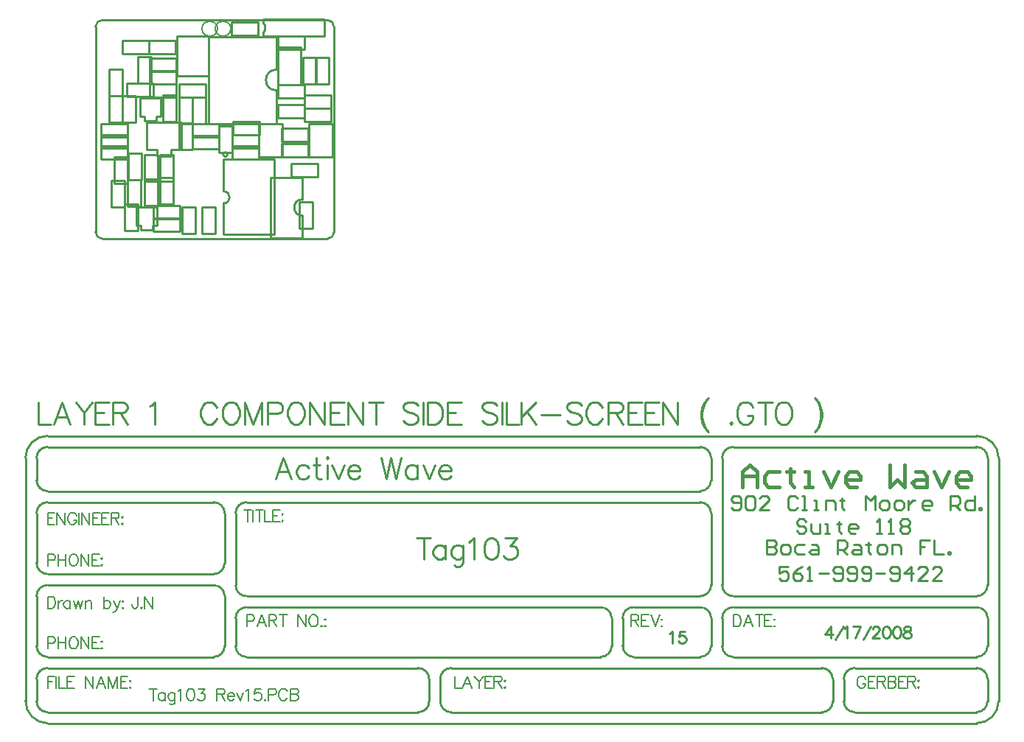
<source format=gto>
%FSLAX23Y23*%
%MOIN*%
G70*
G01*
G75*
G04 Layer_Color=65535*
%ADD10R,0.024X0.024*%
%ADD11R,0.014X0.035*%
%ADD12R,0.014X0.035*%
%ADD13R,0.030X0.030*%
%ADD14R,0.030X0.030*%
%ADD15R,0.025X0.030*%
%ADD16R,0.074X0.045*%
%ADD17R,0.020X0.050*%
%ADD18O,0.016X0.060*%
%ADD19O,0.016X0.060*%
%ADD20R,0.024X0.100*%
%ADD21R,0.024X0.090*%
%ADD22R,0.070X0.024*%
%ADD23R,0.090X0.024*%
%ADD24R,0.075X0.043*%
%ADD25R,0.036X0.050*%
%ADD26R,0.036X0.036*%
%ADD27O,0.024X0.080*%
%ADD28C,0.010*%
%ADD29C,0.008*%
%ADD30C,0.020*%
%ADD31C,0.025*%
%ADD32C,0.012*%
%ADD33C,0.015*%
%ADD34C,0.016*%
%ADD35C,0.014*%
%ADD36C,0.026*%
%ADD37C,0.006*%
%ADD38C,0.005*%
%ADD39C,0.009*%
%ADD40C,0.039*%
%ADD41C,0.070*%
%ADD42R,0.050X0.050*%
%ADD43R,0.039X0.043*%
%ADD44C,0.024*%
%ADD45R,0.070X0.070*%
%ADD46R,0.140X0.140*%
%ADD47C,0.030*%
D28*
X750Y679D02*
G03*
X750Y584I0J-47D01*
G01*
X868Y92D02*
G03*
X868Y17I0J-37D01*
G01*
X530Y295D02*
G03*
X530Y295I-10J0D01*
G01*
X512Y74D02*
G03*
X512Y129I0J27D01*
G01*
X139Y-45D02*
X190D01*
X119Y-25D02*
Y58D01*
X210Y-25D02*
Y58D01*
X139Y-45D02*
Y-25D01*
X119D02*
X139D01*
X190Y-45D02*
Y-25D01*
X210D01*
X208Y58D02*
X210D01*
X119D02*
X208D01*
X897Y285D02*
Y360D01*
Y285D02*
X950D01*
X1003D02*
Y360D01*
X950Y285D02*
X1003D01*
Y360D02*
Y435D01*
X950D02*
X1003D01*
X897Y360D02*
Y435D01*
X950D01*
X430Y555D02*
Y585D01*
X310Y555D02*
X430D01*
X310D02*
Y615D01*
X430D01*
Y585D02*
Y615D01*
X674Y384D02*
Y414D01*
X554Y384D02*
X674D01*
X554D02*
Y444D01*
X674D01*
Y414D02*
Y444D01*
X370Y555D02*
X400D01*
X370Y435D02*
Y555D01*
Y435D02*
X430D01*
Y555D01*
X400D02*
X430D01*
X759Y459D02*
Y489D01*
Y459D02*
X879D01*
Y519D01*
X759D02*
X879D01*
X759Y489D02*
Y519D01*
X774Y384D02*
Y414D01*
X894D01*
Y354D02*
Y414D01*
X774Y354D02*
X894D01*
X774D02*
Y384D01*
Y314D02*
Y344D01*
X894D01*
Y284D02*
Y344D01*
X774Y284D02*
X894D01*
X774D02*
Y314D01*
X900Y735D02*
X930D01*
Y615D02*
Y735D01*
X870Y615D02*
X930D01*
X870D02*
Y735D01*
X900D01*
X55Y780D02*
Y810D01*
X175D01*
Y750D02*
Y810D01*
X55Y750D02*
X175D01*
X55D02*
Y780D01*
X750Y781D02*
Y828D01*
X722D02*
X750D01*
X879Y769D02*
Y799D01*
X759Y769D02*
X879D01*
X759D02*
Y829D01*
X879D01*
Y799D02*
Y829D01*
X759Y549D02*
Y579D01*
Y549D02*
X879D01*
Y609D01*
X759D02*
X879D01*
X759Y579D02*
Y609D01*
X550Y355D02*
Y385D01*
X670D01*
Y325D02*
Y385D01*
X550Y325D02*
X670D01*
X550D02*
Y355D01*
Y275D02*
Y305D01*
Y275D02*
X670D01*
Y335D01*
X550D02*
X670D01*
X550Y305D02*
Y335D01*
X520Y425D02*
X550D01*
Y305D02*
Y425D01*
X490Y305D02*
X550D01*
X490D02*
Y425D01*
X520D01*
X370Y320D02*
Y350D01*
Y320D02*
X490D01*
Y380D01*
X370D02*
X490D01*
X370Y350D02*
Y380D01*
Y405D02*
Y435D01*
X490D01*
Y375D02*
Y435D01*
X370Y375D02*
X490D01*
X370D02*
Y405D01*
X-7Y681D02*
X23D01*
X-7Y561D02*
Y681D01*
Y561D02*
X53D01*
Y681D01*
X23D02*
X53D01*
X819Y194D02*
Y224D01*
Y194D02*
X939D01*
Y254D01*
X819D02*
X939D01*
X819Y224D02*
Y254D01*
X109Y60D02*
X139D01*
Y180D01*
X79D02*
X139D01*
X79Y60D02*
Y180D01*
Y60D02*
X109D01*
X225Y295D02*
X255D01*
X225Y175D02*
Y295D01*
Y175D02*
X285D01*
Y295D01*
X255D02*
X285D01*
X340Y555D02*
X370D01*
Y435D02*
Y555D01*
X310Y435D02*
X370D01*
X310D02*
Y555D01*
X340D01*
X855Y-38D02*
X885D01*
X855D02*
Y82D01*
X915D01*
Y-38D02*
Y82D01*
X885Y-38D02*
X915D01*
X5Y176D02*
X35D01*
X5Y56D02*
Y176D01*
Y56D02*
X65D01*
Y176D01*
X35D02*
X65D01*
X236Y444D02*
X266D01*
X236D02*
Y564D01*
X296D01*
Y444D02*
Y564D01*
X266Y444D02*
X296D01*
X-42Y304D02*
Y334D01*
X78D01*
Y274D02*
Y334D01*
X-42Y274D02*
X78D01*
X-42D02*
Y304D01*
X310Y317D02*
X340D01*
X310D02*
Y437D01*
X370D01*
Y317D02*
Y437D01*
X340Y317D02*
X370D01*
X123Y616D02*
X153D01*
X123D02*
Y736D01*
X183D01*
Y616D02*
Y736D01*
X153Y616D02*
X183D01*
X23Y561D02*
X53D01*
Y441D02*
Y561D01*
X-7Y441D02*
X53D01*
X-7D02*
Y561D01*
X23D01*
X18Y284D02*
X48D01*
X18Y164D02*
Y284D01*
Y164D02*
X78D01*
Y284D01*
X48D02*
X78D01*
X296Y614D02*
Y644D01*
X176Y614D02*
X296D01*
X176D02*
Y674D01*
X296D01*
Y644D02*
Y674D01*
X193Y33D02*
Y63D01*
X313D01*
Y3D02*
Y63D01*
X193Y3D02*
X313D01*
X193D02*
Y33D01*
X176Y584D02*
Y614D01*
X296D01*
Y554D02*
Y614D01*
X176Y554D02*
X296D01*
X176D02*
Y584D01*
X929Y735D02*
X959D01*
X929Y615D02*
Y735D01*
Y615D02*
X989D01*
Y735D01*
X959D02*
X989D01*
X65Y-50D02*
X95D01*
X65D02*
Y70D01*
X125D01*
Y-50D02*
Y70D01*
X95Y-50D02*
X125D01*
X53Y441D02*
X83D01*
X53D02*
Y561D01*
X113D01*
Y441D02*
Y561D01*
X83Y441D02*
X113D01*
X296Y672D02*
Y702D01*
X176Y672D02*
X296D01*
X176D02*
Y732D01*
X296D01*
Y702D02*
Y732D01*
X414Y-64D02*
X444D01*
X414D02*
Y56D01*
X474D01*
Y-64D02*
Y56D01*
X444Y-64D02*
X474D01*
X314Y-54D02*
Y-24D01*
X194Y-54D02*
X314D01*
X194D02*
Y6D01*
X314D01*
Y-24D02*
Y6D01*
X-42Y403D02*
Y433D01*
X78D01*
Y373D02*
Y433D01*
X-42Y373D02*
X78D01*
X-42D02*
Y403D01*
X324Y-64D02*
X354D01*
X324D02*
Y56D01*
X384D01*
Y-64D02*
Y56D01*
X354Y-64D02*
X384D01*
X194Y587D02*
Y617D01*
X74D02*
X194D01*
X74Y557D02*
Y617D01*
Y557D02*
X194D01*
Y587D01*
X185Y184D02*
X215D01*
Y64D02*
Y184D01*
X155Y64D02*
X215D01*
X155D02*
Y184D01*
X185D01*
X879Y534D02*
Y564D01*
X999D01*
Y504D02*
Y564D01*
X879Y504D02*
X999D01*
X879D02*
Y534D01*
X669Y834D02*
Y864D01*
X549Y834D02*
X669D01*
X549D02*
Y894D01*
X669D01*
Y864D02*
Y894D01*
X224Y70D02*
X254D01*
X224D02*
Y190D01*
X284D01*
Y70D02*
Y190D01*
X254Y70D02*
X284D01*
X175Y780D02*
Y810D01*
X295D01*
Y750D02*
Y810D01*
X175Y750D02*
X295D01*
X175D02*
Y780D01*
X155Y295D02*
X185D01*
X155Y175D02*
Y295D01*
Y175D02*
X215D01*
Y295D01*
X185D02*
X215D01*
X80Y180D02*
X110D01*
X80D02*
Y300D01*
X140D01*
Y180D02*
Y300D01*
X110Y180D02*
X140D01*
X-42Y324D02*
Y354D01*
Y324D02*
X78D01*
Y384D01*
X-42D02*
X78D01*
X-42Y354D02*
Y384D01*
X443Y828D02*
X722D01*
X999Y444D02*
Y474D01*
X879Y444D02*
X999D01*
X879D02*
Y504D01*
X999D01*
Y474D02*
Y504D01*
X300Y650D02*
X410D01*
X300D02*
Y830D01*
X445D01*
Y650D02*
Y830D01*
X410Y650D02*
X445D01*
X443Y435D02*
Y513D01*
X750Y750D02*
Y781D01*
X443Y513D02*
Y828D01*
X750Y502D02*
Y584D01*
Y679D02*
Y750D01*
Y435D02*
Y502D01*
X443Y435D02*
X750D01*
X155Y447D02*
X206D01*
X135Y467D02*
Y550D01*
X226Y467D02*
Y550D01*
X155Y447D02*
Y467D01*
X135D02*
X155D01*
X206Y447D02*
Y467D01*
X226D01*
X224Y550D02*
X226D01*
X135D02*
X224D01*
X670Y285D02*
Y360D01*
Y285D02*
X723D01*
X776D02*
Y360D01*
X723Y285D02*
X776D01*
Y360D02*
Y435D01*
X723D02*
X776D01*
X670Y360D02*
Y435D01*
X723D01*
X868Y92D02*
Y192D01*
Y-83D02*
Y17D01*
X760Y-83D02*
X868D01*
X725Y192D02*
X833D01*
X725Y-1D02*
Y192D01*
X833D02*
X868D01*
X725Y-83D02*
X760D01*
X725D02*
Y-1D01*
X809Y609D02*
X862D01*
Y694D01*
X809Y779D02*
X862D01*
Y694D02*
Y779D01*
X756D02*
X809D01*
X756Y694D02*
Y779D01*
Y609D02*
X809D01*
X756D02*
Y694D01*
X210Y287D02*
X257D01*
X275D01*
Y317D01*
X320D01*
Y442D01*
X165D02*
X320D01*
X165Y317D02*
Y442D01*
Y317D02*
X210D01*
Y287D02*
Y317D01*
X512Y274D02*
X742D01*
Y-66D02*
Y274D01*
X512Y-66D02*
X742D01*
X512Y129D02*
Y274D01*
Y-66D02*
Y74D01*
X698Y857D02*
Y881D01*
X969Y830D02*
Y908D01*
X690D02*
X969D01*
X690Y830D02*
X969D01*
X690Y849D02*
X698Y857D01*
X690Y830D02*
Y849D01*
Y889D02*
X698Y881D01*
X690Y889D02*
Y908D01*
X-325Y-825D02*
Y-925D01*
X-268D01*
X-181D02*
X-219Y-825D01*
X-257Y-925D01*
X-243Y-892D02*
X-195D01*
X-157Y-825D02*
X-119Y-873D01*
Y-925D01*
X-81Y-825D02*
X-119Y-873D01*
X-6Y-825D02*
X-68D01*
Y-925D01*
X-6D01*
X-68Y-873D02*
X-30D01*
X10Y-825D02*
Y-925D01*
Y-825D02*
X53D01*
X67Y-830D01*
X72Y-835D01*
X77Y-844D01*
Y-854D01*
X72Y-863D01*
X67Y-868D01*
X53Y-873D01*
X10D01*
X43D02*
X77Y-925D01*
X178Y-844D02*
X187Y-839D01*
X202Y-825D01*
Y-925D01*
X480Y-849D02*
X475Y-839D01*
X465Y-830D01*
X456Y-825D01*
X437D01*
X427Y-830D01*
X418Y-839D01*
X413Y-849D01*
X408Y-863D01*
Y-887D01*
X413Y-901D01*
X418Y-911D01*
X427Y-920D01*
X437Y-925D01*
X456D01*
X465Y-920D01*
X475Y-911D01*
X480Y-901D01*
X536Y-825D02*
X527Y-830D01*
X517Y-839D01*
X512Y-849D01*
X508Y-863D01*
Y-887D01*
X512Y-901D01*
X517Y-911D01*
X527Y-920D01*
X536Y-925D01*
X555D01*
X565Y-920D01*
X574Y-911D01*
X579Y-901D01*
X584Y-887D01*
Y-863D01*
X579Y-849D01*
X574Y-839D01*
X565Y-830D01*
X555Y-825D01*
X536D01*
X607D02*
Y-925D01*
Y-825D02*
X645Y-925D01*
X683Y-825D02*
X645Y-925D01*
X683Y-825D02*
Y-925D01*
X712Y-877D02*
X755D01*
X769Y-873D01*
X774Y-868D01*
X779Y-858D01*
Y-844D01*
X774Y-835D01*
X769Y-830D01*
X755Y-825D01*
X712D01*
Y-925D01*
X830Y-825D02*
X820Y-830D01*
X810Y-839D01*
X806Y-849D01*
X801Y-863D01*
Y-887D01*
X806Y-901D01*
X810Y-911D01*
X820Y-920D01*
X830Y-925D01*
X849D01*
X858Y-920D01*
X868Y-911D01*
X872Y-901D01*
X877Y-887D01*
Y-863D01*
X872Y-849D01*
X868Y-839D01*
X858Y-830D01*
X849Y-825D01*
X830D01*
X900D02*
Y-925D01*
Y-825D02*
X967Y-925D01*
Y-825D02*
Y-925D01*
X1057Y-825D02*
X995D01*
Y-925D01*
X1057D01*
X995Y-873D02*
X1033D01*
X1073Y-825D02*
Y-925D01*
Y-825D02*
X1140Y-925D01*
Y-825D02*
Y-925D01*
X1201Y-825D02*
Y-925D01*
X1168Y-825D02*
X1234D01*
X1391Y-839D02*
X1382Y-830D01*
X1367Y-825D01*
X1348D01*
X1334Y-830D01*
X1325Y-839D01*
Y-849D01*
X1329Y-858D01*
X1334Y-863D01*
X1344Y-868D01*
X1372Y-877D01*
X1382Y-882D01*
X1387Y-887D01*
X1391Y-896D01*
Y-911D01*
X1382Y-920D01*
X1367Y-925D01*
X1348D01*
X1334Y-920D01*
X1325Y-911D01*
X1414Y-825D02*
Y-925D01*
X1435Y-825D02*
Y-925D01*
Y-825D02*
X1468D01*
X1482Y-830D01*
X1492Y-839D01*
X1497Y-849D01*
X1501Y-863D01*
Y-887D01*
X1497Y-901D01*
X1492Y-911D01*
X1482Y-920D01*
X1468Y-925D01*
X1435D01*
X1586Y-825D02*
X1524D01*
Y-925D01*
X1586D01*
X1524Y-873D02*
X1562D01*
X1747Y-839D02*
X1738Y-830D01*
X1724Y-825D01*
X1705D01*
X1690Y-830D01*
X1681Y-839D01*
Y-849D01*
X1686Y-858D01*
X1690Y-863D01*
X1700Y-868D01*
X1728Y-877D01*
X1738Y-882D01*
X1743Y-887D01*
X1747Y-896D01*
Y-911D01*
X1738Y-920D01*
X1724Y-925D01*
X1705D01*
X1690Y-920D01*
X1681Y-911D01*
X1770Y-825D02*
Y-925D01*
X1791Y-825D02*
Y-925D01*
X1848D01*
X1859Y-825D02*
Y-925D01*
X1925Y-825D02*
X1859Y-892D01*
X1883Y-868D02*
X1925Y-925D01*
X1948Y-882D02*
X2034D01*
X2130Y-839D02*
X2120Y-830D01*
X2106Y-825D01*
X2087D01*
X2073Y-830D01*
X2063Y-839D01*
Y-849D01*
X2068Y-858D01*
X2073Y-863D01*
X2082Y-868D01*
X2111Y-877D01*
X2120Y-882D01*
X2125Y-887D01*
X2130Y-896D01*
Y-911D01*
X2120Y-920D01*
X2106Y-925D01*
X2087D01*
X2073Y-920D01*
X2063Y-911D01*
X2224Y-849D02*
X2219Y-839D01*
X2209Y-830D01*
X2200Y-825D01*
X2181D01*
X2171Y-830D01*
X2162Y-839D01*
X2157Y-849D01*
X2152Y-863D01*
Y-887D01*
X2157Y-901D01*
X2162Y-911D01*
X2171Y-920D01*
X2181Y-925D01*
X2200D01*
X2209Y-920D01*
X2219Y-911D01*
X2224Y-901D01*
X2252Y-825D02*
Y-925D01*
Y-825D02*
X2294D01*
X2309Y-830D01*
X2313Y-835D01*
X2318Y-844D01*
Y-854D01*
X2313Y-863D01*
X2309Y-868D01*
X2294Y-873D01*
X2252D01*
X2285D02*
X2318Y-925D01*
X2403Y-825D02*
X2341D01*
Y-925D01*
X2403D01*
X2341Y-873D02*
X2379D01*
X2481Y-825D02*
X2419D01*
Y-925D01*
X2481D01*
X2419Y-873D02*
X2457D01*
X2498Y-825D02*
Y-925D01*
Y-825D02*
X2564Y-925D01*
Y-825D02*
Y-925D01*
X2704Y-806D02*
X2694Y-816D01*
X2685Y-830D01*
X2675Y-849D01*
X2671Y-873D01*
Y-892D01*
X2675Y-915D01*
X2685Y-935D01*
X2694Y-949D01*
X2704Y-958D01*
X2694Y-816D02*
X2685Y-835D01*
X2680Y-849D01*
X2675Y-873D01*
Y-892D01*
X2680Y-915D01*
X2685Y-930D01*
X2694Y-949D01*
X2806Y-915D02*
X2801Y-920D01*
X2806Y-925D01*
X2811Y-920D01*
X2806Y-915D01*
X2904Y-849D02*
X2900Y-839D01*
X2890Y-830D01*
X2881Y-825D01*
X2861D01*
X2852Y-830D01*
X2842Y-839D01*
X2838Y-849D01*
X2833Y-863D01*
Y-887D01*
X2838Y-901D01*
X2842Y-911D01*
X2852Y-920D01*
X2861Y-925D01*
X2881D01*
X2890Y-920D01*
X2900Y-911D01*
X2904Y-901D01*
Y-887D01*
X2881D02*
X2904D01*
X2960Y-825D02*
Y-925D01*
X2927Y-825D02*
X2994D01*
X3034D02*
X3025Y-830D01*
X3015Y-839D01*
X3010Y-849D01*
X3006Y-863D01*
Y-887D01*
X3010Y-901D01*
X3015Y-911D01*
X3025Y-920D01*
X3034Y-925D01*
X3053D01*
X3063Y-920D01*
X3072Y-911D01*
X3077Y-901D01*
X3082Y-887D01*
Y-863D01*
X3077Y-849D01*
X3072Y-839D01*
X3063Y-830D01*
X3053Y-825D01*
X3034D01*
X3184Y-806D02*
X3193Y-816D01*
X3203Y-830D01*
X3212Y-849D01*
X3217Y-873D01*
Y-892D01*
X3212Y-915D01*
X3203Y-935D01*
X3193Y-949D01*
X3184Y-958D01*
X3193Y-816D02*
X3203Y-835D01*
X3208Y-849D01*
X3212Y-873D01*
Y-892D01*
X3208Y-915D01*
X3203Y-930D01*
X3193Y-949D01*
X-37Y903D02*
G03*
X-67Y873I0J-30D01*
G01*
X1011D02*
G03*
X981Y903I-30J0D01*
G01*
Y-86D02*
G03*
X1011Y-56I0J30D01*
G01*
X-67D02*
G03*
X-37Y-86I30J0D01*
G01*
X-67Y-56D02*
Y873D01*
X-37Y903D02*
X981D01*
X1011Y-56D02*
Y873D01*
X-37Y-86D02*
X981D01*
X3966Y-1802D02*
G03*
X3917Y-1753I-49J0D01*
G01*
X2816D02*
G03*
X2766Y-1803I0J-50D01*
G01*
X3916Y-1703D02*
G03*
X3966Y-1653I0J50D01*
G01*
X2766D02*
G03*
X2816Y-1703I50J0D01*
G01*
X-284Y-978D02*
G03*
X-384Y-1078I0J-100D01*
G01*
Y-2177D02*
G03*
X-285Y-2278I101J0D01*
G01*
X3916Y-2278D02*
G03*
X4016Y-2178I0J100D01*
G01*
Y-1078D02*
G03*
X3916Y-978I-100J0D01*
G01*
X3966Y-1077D02*
G03*
X3915Y-1028I-49J0D01*
G01*
X3916Y-1978D02*
G03*
X3966Y-1928I0J50D01*
G01*
X3966Y-2077D02*
G03*
X3916Y-2028I-50J-1D01*
G01*
Y-2228D02*
G03*
X3966Y-2178I0J50D01*
G01*
X2666Y-1978D02*
G03*
X2716Y-1928I0J50D01*
G01*
X2766Y-1929D02*
G03*
X2816Y-1978I49J0D01*
G01*
X2716Y-1802D02*
G03*
X2667Y-1753I-49J0D01*
G01*
X-334Y-2178D02*
G03*
X-285Y-2228I50J0D01*
G01*
X2667Y-1703D02*
G03*
X2716Y-1653I-1J50D01*
G01*
X-284Y-2028D02*
G03*
X-334Y-2078I0J-50D01*
G01*
X2716Y-1328D02*
G03*
X2666Y-1278I-50J0D01*
G01*
Y-1228D02*
G03*
X2716Y-1178I0J50D01*
G01*
X2816Y-1028D02*
G03*
X2766Y-1078I0J-50D01*
G01*
X2716D02*
G03*
X2666Y-1028I-50J0D01*
G01*
X-284D02*
G03*
X-334Y-1078I0J-50D01*
G01*
Y-1178D02*
G03*
X-284Y-1228I50J0D01*
G01*
Y-1278D02*
G03*
X-334Y-1328I0J-50D01*
G01*
Y-1553D02*
G03*
X-284Y-1603I50J0D01*
G01*
Y-1653D02*
G03*
X-334Y-1703I0J-50D01*
G01*
Y-1928D02*
G03*
X-285Y-1978I50J0D01*
G01*
X616Y-1278D02*
G03*
X566Y-1328I0J-50D01*
G01*
X616Y-1753D02*
G03*
X566Y-1803I0J-50D01*
G01*
X2364Y-1753D02*
G03*
X2316Y-1804I0J-48D01*
G01*
X2316Y-1927D02*
G03*
X2366Y-1978I51J0D01*
G01*
X2217Y-1978D02*
G03*
X2266Y-1928I0J49D01*
G01*
X2266Y-1802D02*
G03*
X2217Y-1753I-49J0D01*
G01*
X467Y-1978D02*
G03*
X516Y-1929I0J49D01*
G01*
X566D02*
G03*
X615Y-1978I49J0D01*
G01*
X566Y-1654D02*
G03*
X615Y-1703I49J0D01*
G01*
X516Y-1702D02*
G03*
X465Y-1653I-49J0D01*
G01*
X468Y-1603D02*
G03*
X516Y-1555I0J48D01*
G01*
Y-1327D02*
G03*
X467Y-1278I-49J0D01*
G01*
X3366Y-2028D02*
G03*
X3316Y-2078I0J-50D01*
G01*
Y-2179D02*
G03*
X3366Y-2228I49J0D01*
G01*
X3217Y-2228D02*
G03*
X3266Y-2179I1J48D01*
G01*
X3266Y-2078D02*
G03*
X3216Y-2028I-50J0D01*
G01*
X1491Y-2178D02*
G03*
X1540Y-2228I50J0D01*
G01*
X1541Y-2028D02*
G03*
X1491Y-2078I0J-50D01*
G01*
X1392Y-2228D02*
G03*
X1441Y-2179I1J48D01*
G01*
X1441Y-2078D02*
G03*
X1391Y-2028I-50J0D01*
G01*
X3966Y-1928D02*
Y-1802D01*
X2766Y-1928D02*
Y-1803D01*
X3966Y-1653D02*
Y-1078D01*
X2766Y-1653D02*
Y-1078D01*
X-384Y-2178D02*
Y-1078D01*
X-334Y-2178D02*
Y-2078D01*
X3966Y-2178D02*
Y-2078D01*
X2716Y-1928D02*
Y-1803D01*
X2316Y-1928D02*
Y-1803D01*
X566Y-1928D02*
Y-1803D01*
X2266Y-1928D02*
Y-1803D01*
X566Y-1653D02*
Y-1328D01*
X2716Y-1653D02*
Y-1328D01*
Y-1178D02*
Y-1078D01*
X-334Y-1178D02*
Y-1078D01*
X516Y-1553D02*
Y-1328D01*
X-334Y-1553D02*
Y-1328D01*
X516Y-1928D02*
Y-1703D01*
X-334Y-1928D02*
Y-1703D01*
X4016Y-2178D02*
Y-1078D01*
X3316Y-2178D02*
Y-2078D01*
X3266Y-2178D02*
Y-2078D01*
X1491Y-2178D02*
Y-2078D01*
X1441Y-2178D02*
Y-2078D01*
X2816Y-1753D02*
X3916D01*
X2816Y-1703D02*
X3916D01*
X616D02*
X2666D01*
X2816Y-1028D02*
X3916D01*
X2816Y-1978D02*
X3916D01*
X2366Y-1753D02*
X2666D01*
X2366Y-1978D02*
X2666D01*
X616D02*
X2216D01*
X616Y-1753D02*
X2216D01*
X616Y-1278D02*
X2666D01*
X-284Y-1228D02*
X2666D01*
X-284Y-1278D02*
X466D01*
X-284Y-1603D02*
X466D01*
X-284Y-1653D02*
X466D01*
X-284Y-1978D02*
X466D01*
X-284Y-978D02*
X3916D01*
X-284Y-2278D02*
X3916D01*
X-284Y-1028D02*
X2666D01*
X3366Y-2028D02*
X3916D01*
X3366Y-2228D02*
X3916D01*
X1541Y-2028D02*
X3216D01*
X-284D02*
X1391D01*
X-284Y-2228D02*
X1391D01*
X1541D02*
X3216D01*
X3145Y-1365D02*
X3135Y-1354D01*
X3113D01*
X3103Y-1365D01*
Y-1375D01*
X3113Y-1386D01*
X3135D01*
X3145Y-1397D01*
Y-1407D01*
X3135Y-1418D01*
X3113D01*
X3103Y-1407D01*
X3167Y-1375D02*
Y-1407D01*
X3177Y-1418D01*
X3209D01*
Y-1375D01*
X3230Y-1418D02*
X3252D01*
X3241D01*
Y-1375D01*
X3230D01*
X3294Y-1365D02*
Y-1375D01*
X3284D01*
X3305D01*
X3294D01*
Y-1407D01*
X3305Y-1418D01*
X3369D02*
X3348D01*
X3337Y-1407D01*
Y-1386D01*
X3348Y-1375D01*
X3369D01*
X3380Y-1386D01*
Y-1397D01*
X3337D01*
X3465Y-1418D02*
X3486D01*
X3476D01*
Y-1354D01*
X3465Y-1365D01*
X3518Y-1418D02*
X3540D01*
X3529D01*
Y-1354D01*
X3518Y-1365D01*
X3572D02*
X3582Y-1354D01*
X3604D01*
X3614Y-1365D01*
Y-1375D01*
X3604Y-1386D01*
X3614Y-1397D01*
Y-1407D01*
X3604Y-1418D01*
X3582D01*
X3572Y-1407D01*
Y-1397D01*
X3582Y-1386D01*
X3572Y-1375D01*
Y-1365D01*
X3582Y-1386D02*
X3604D01*
X3065Y-1569D02*
X3023D01*
Y-1601D01*
X3044Y-1590D01*
X3055D01*
X3065Y-1601D01*
Y-1622D01*
X3055Y-1633D01*
X3033D01*
X3023Y-1622D01*
X3129Y-1569D02*
X3108Y-1580D01*
X3087Y-1601D01*
Y-1622D01*
X3097Y-1633D01*
X3118D01*
X3129Y-1622D01*
Y-1612D01*
X3118Y-1601D01*
X3087D01*
X3150Y-1633D02*
X3172D01*
X3161D01*
Y-1569D01*
X3150Y-1580D01*
X3204Y-1601D02*
X3246D01*
X3268Y-1622D02*
X3278Y-1633D01*
X3300D01*
X3310Y-1622D01*
Y-1580D01*
X3300Y-1569D01*
X3278D01*
X3268Y-1580D01*
Y-1590D01*
X3278Y-1601D01*
X3310D01*
X3332Y-1622D02*
X3342Y-1633D01*
X3364D01*
X3374Y-1622D01*
Y-1580D01*
X3364Y-1569D01*
X3342D01*
X3332Y-1580D01*
Y-1590D01*
X3342Y-1601D01*
X3374D01*
X3396Y-1622D02*
X3406Y-1633D01*
X3428D01*
X3438Y-1622D01*
Y-1580D01*
X3428Y-1569D01*
X3406D01*
X3396Y-1580D01*
Y-1590D01*
X3406Y-1601D01*
X3438D01*
X3460D02*
X3502D01*
X3524Y-1622D02*
X3534Y-1633D01*
X3556D01*
X3566Y-1622D01*
Y-1580D01*
X3556Y-1569D01*
X3534D01*
X3524Y-1580D01*
Y-1590D01*
X3534Y-1601D01*
X3566D01*
X3620Y-1633D02*
Y-1569D01*
X3588Y-1601D01*
X3630D01*
X3694Y-1633D02*
X3652D01*
X3694Y-1590D01*
Y-1580D01*
X3684Y-1569D01*
X3662D01*
X3652Y-1580D01*
X3758Y-1633D02*
X3716D01*
X3758Y-1590D01*
Y-1580D01*
X3748Y-1569D01*
X3726D01*
X3716Y-1580D01*
X2808Y-1302D02*
X2818Y-1313D01*
X2840D01*
X2850Y-1302D01*
Y-1260D01*
X2840Y-1249D01*
X2818D01*
X2808Y-1260D01*
Y-1270D01*
X2818Y-1281D01*
X2850D01*
X2872Y-1260D02*
X2882Y-1249D01*
X2903D01*
X2914Y-1260D01*
Y-1302D01*
X2903Y-1313D01*
X2882D01*
X2872Y-1302D01*
Y-1260D01*
X2978Y-1313D02*
X2935D01*
X2978Y-1270D01*
Y-1260D01*
X2967Y-1249D01*
X2946D01*
X2935Y-1260D01*
X3106D02*
X3095Y-1249D01*
X3074D01*
X3063Y-1260D01*
Y-1302D01*
X3074Y-1313D01*
X3095D01*
X3106Y-1302D01*
X3127Y-1313D02*
X3149D01*
X3138D01*
Y-1249D01*
X3127D01*
X3181Y-1313D02*
X3202D01*
X3191D01*
Y-1270D01*
X3181D01*
X3234Y-1313D02*
Y-1270D01*
X3266D01*
X3277Y-1281D01*
Y-1313D01*
X3309Y-1260D02*
Y-1270D01*
X3298D01*
X3319D01*
X3309D01*
Y-1302D01*
X3319Y-1313D01*
X3415D02*
Y-1249D01*
X3437Y-1270D01*
X3458Y-1249D01*
Y-1313D01*
X3490D02*
X3511D01*
X3522Y-1302D01*
Y-1281D01*
X3511Y-1270D01*
X3490D01*
X3479Y-1281D01*
Y-1302D01*
X3490Y-1313D01*
X3554D02*
X3575D01*
X3586Y-1302D01*
Y-1281D01*
X3575Y-1270D01*
X3554D01*
X3543Y-1281D01*
Y-1302D01*
X3554Y-1313D01*
X3607Y-1270D02*
Y-1313D01*
Y-1292D01*
X3618Y-1281D01*
X3629Y-1270D01*
X3639D01*
X3703Y-1313D02*
X3682D01*
X3671Y-1302D01*
Y-1281D01*
X3682Y-1270D01*
X3703D01*
X3714Y-1281D01*
Y-1292D01*
X3671D01*
X3799Y-1313D02*
Y-1249D01*
X3831D01*
X3842Y-1260D01*
Y-1281D01*
X3831Y-1292D01*
X3799D01*
X3821D02*
X3842Y-1313D01*
X3906Y-1249D02*
Y-1313D01*
X3874D01*
X3863Y-1302D01*
Y-1281D01*
X3874Y-1270D01*
X3906D01*
X3927Y-1313D02*
Y-1302D01*
X3938D01*
Y-1313D01*
X3927D01*
X2968Y-1449D02*
Y-1513D01*
X3000D01*
X3010Y-1502D01*
Y-1492D01*
X3000Y-1481D01*
X2968D01*
X3000D01*
X3010Y-1470D01*
Y-1460D01*
X3000Y-1449D01*
X2968D01*
X3042Y-1513D02*
X3063D01*
X3074Y-1502D01*
Y-1481D01*
X3063Y-1470D01*
X3042D01*
X3032Y-1481D01*
Y-1502D01*
X3042Y-1513D01*
X3138Y-1470D02*
X3106D01*
X3095Y-1481D01*
Y-1502D01*
X3106Y-1513D01*
X3138D01*
X3170Y-1470D02*
X3191D01*
X3202Y-1481D01*
Y-1513D01*
X3170D01*
X3159Y-1502D01*
X3170Y-1492D01*
X3202D01*
X3287Y-1513D02*
Y-1449D01*
X3319D01*
X3330Y-1460D01*
Y-1481D01*
X3319Y-1492D01*
X3287D01*
X3309D02*
X3330Y-1513D01*
X3362Y-1470D02*
X3383D01*
X3394Y-1481D01*
Y-1513D01*
X3362D01*
X3351Y-1502D01*
X3362Y-1492D01*
X3394D01*
X3426Y-1460D02*
Y-1470D01*
X3415D01*
X3437D01*
X3426D01*
Y-1502D01*
X3437Y-1513D01*
X3479D02*
X3501D01*
X3511Y-1502D01*
Y-1481D01*
X3501Y-1470D01*
X3479D01*
X3469Y-1481D01*
Y-1502D01*
X3479Y-1513D01*
X3533D02*
Y-1470D01*
X3565D01*
X3575Y-1481D01*
Y-1513D01*
X3703Y-1449D02*
X3661D01*
Y-1481D01*
X3682D01*
X3661D01*
Y-1513D01*
X3725Y-1449D02*
Y-1513D01*
X3767D01*
X3789D02*
Y-1502D01*
X3799D01*
Y-1513D01*
X3789D01*
D29*
X544Y864D02*
G03*
X544Y864I-35J0D01*
G01*
X484D02*
G03*
X484Y864I-35J0D01*
G01*
X124Y-1706D02*
Y-1747D01*
X122Y-1754D01*
X119Y-1757D01*
X114Y-1759D01*
X109D01*
X104Y-1757D01*
X101Y-1754D01*
X99Y-1747D01*
Y-1741D01*
X141Y-1754D02*
X138Y-1757D01*
X141Y-1759D01*
X143Y-1757D01*
X141Y-1754D01*
X155Y-1706D02*
Y-1759D01*
Y-1706D02*
X190Y-1759D01*
Y-1706D02*
Y-1759D01*
D33*
X2858Y-1208D02*
Y-1141D01*
X2891Y-1108D01*
X2924Y-1141D01*
Y-1208D01*
Y-1158D01*
X2858D01*
X3024Y-1141D02*
X2974D01*
X2957Y-1158D01*
Y-1191D01*
X2974Y-1208D01*
X3024D01*
X3074Y-1125D02*
Y-1141D01*
X3057D01*
X3091D01*
X3074D01*
Y-1191D01*
X3091Y-1208D01*
X3141D02*
X3174D01*
X3157D01*
Y-1141D01*
X3141D01*
X3224D02*
X3257Y-1208D01*
X3291Y-1141D01*
X3374Y-1208D02*
X3341D01*
X3324Y-1191D01*
Y-1158D01*
X3341Y-1141D01*
X3374D01*
X3391Y-1158D01*
Y-1175D01*
X3324D01*
X3524Y-1108D02*
Y-1208D01*
X3557Y-1175D01*
X3591Y-1208D01*
Y-1108D01*
X3641Y-1141D02*
X3674D01*
X3691Y-1158D01*
Y-1208D01*
X3641D01*
X3624Y-1191D01*
X3641Y-1175D01*
X3691D01*
X3724Y-1141D02*
X3757Y-1208D01*
X3791Y-1141D01*
X3874Y-1208D02*
X3841D01*
X3824Y-1191D01*
Y-1158D01*
X3841Y-1141D01*
X3874D01*
X3891Y-1158D01*
Y-1175D01*
X3824D01*
D38*
X193Y-2122D02*
Y-2175D01*
X175Y-2122D02*
X211D01*
X247Y-2139D02*
Y-2175D01*
Y-2147D02*
X242Y-2142D01*
X237Y-2139D01*
X230D01*
X225Y-2142D01*
X219Y-2147D01*
X217Y-2155D01*
Y-2160D01*
X219Y-2167D01*
X225Y-2172D01*
X230Y-2175D01*
X237D01*
X242Y-2172D01*
X247Y-2167D01*
X292Y-2139D02*
Y-2180D01*
X290Y-2188D01*
X287Y-2190D01*
X282Y-2193D01*
X274D01*
X269Y-2190D01*
X292Y-2147D02*
X287Y-2142D01*
X282Y-2139D01*
X274D01*
X269Y-2142D01*
X264Y-2147D01*
X262Y-2155D01*
Y-2160D01*
X264Y-2167D01*
X269Y-2172D01*
X274Y-2175D01*
X282D01*
X287Y-2172D01*
X292Y-2167D01*
X306Y-2132D02*
X311Y-2129D01*
X319Y-2122D01*
Y-2175D01*
X361Y-2122D02*
X353Y-2124D01*
X348Y-2132D01*
X345Y-2145D01*
Y-2152D01*
X348Y-2165D01*
X353Y-2172D01*
X361Y-2175D01*
X366D01*
X373Y-2172D01*
X378Y-2165D01*
X381Y-2152D01*
Y-2145D01*
X378Y-2132D01*
X373Y-2124D01*
X366Y-2122D01*
X361D01*
X398D02*
X426D01*
X411Y-2142D01*
X418D01*
X423Y-2145D01*
X426Y-2147D01*
X428Y-2155D01*
Y-2160D01*
X426Y-2167D01*
X421Y-2172D01*
X413Y-2175D01*
X406D01*
X398Y-2172D01*
X395Y-2170D01*
X393Y-2165D01*
X482Y-2122D02*
Y-2175D01*
Y-2122D02*
X505D01*
X513Y-2124D01*
X515Y-2127D01*
X518Y-2132D01*
Y-2137D01*
X515Y-2142D01*
X513Y-2145D01*
X505Y-2147D01*
X482D01*
X500D02*
X518Y-2175D01*
X530Y-2155D02*
X560D01*
Y-2150D01*
X558Y-2145D01*
X555Y-2142D01*
X550Y-2139D01*
X542D01*
X537Y-2142D01*
X532Y-2147D01*
X530Y-2155D01*
Y-2160D01*
X532Y-2167D01*
X537Y-2172D01*
X542Y-2175D01*
X550D01*
X555Y-2172D01*
X560Y-2167D01*
X572Y-2139D02*
X587Y-2175D01*
X602Y-2139D02*
X587Y-2175D01*
X611Y-2132D02*
X616Y-2129D01*
X623Y-2122D01*
Y-2175D01*
X680Y-2122D02*
X655D01*
X652Y-2145D01*
X655Y-2142D01*
X663Y-2139D01*
X670D01*
X678Y-2142D01*
X683Y-2147D01*
X685Y-2155D01*
Y-2160D01*
X683Y-2167D01*
X678Y-2172D01*
X670Y-2175D01*
X663D01*
X655Y-2172D01*
X652Y-2170D01*
X650Y-2165D01*
X700Y-2170D02*
X697Y-2172D01*
X700Y-2175D01*
X702Y-2172D01*
X700Y-2170D01*
X714Y-2150D02*
X737D01*
X745Y-2147D01*
X747Y-2145D01*
X750Y-2139D01*
Y-2132D01*
X747Y-2127D01*
X745Y-2124D01*
X737Y-2122D01*
X714D01*
Y-2175D01*
X800Y-2134D02*
X797Y-2129D01*
X792Y-2124D01*
X787Y-2122D01*
X777D01*
X772Y-2124D01*
X767Y-2129D01*
X764Y-2134D01*
X762Y-2142D01*
Y-2155D01*
X764Y-2162D01*
X767Y-2167D01*
X772Y-2172D01*
X777Y-2175D01*
X787D01*
X792Y-2172D01*
X797Y-2167D01*
X800Y-2162D01*
X815Y-2122D02*
Y-2175D01*
Y-2122D02*
X837D01*
X845Y-2124D01*
X848Y-2127D01*
X850Y-2132D01*
Y-2137D01*
X848Y-2142D01*
X845Y-2145D01*
X837Y-2147D01*
X815D02*
X837D01*
X845Y-2150D01*
X848Y-2152D01*
X850Y-2157D01*
Y-2165D01*
X848Y-2170D01*
X845Y-2172D01*
X837Y-2175D01*
X815D01*
X2816Y-1787D02*
Y-1841D01*
Y-1787D02*
X2834D01*
X2841Y-1790D01*
X2846Y-1795D01*
X2849Y-1800D01*
X2851Y-1808D01*
Y-1820D01*
X2849Y-1828D01*
X2846Y-1833D01*
X2841Y-1838D01*
X2834Y-1841D01*
X2816D01*
X2904D02*
X2884Y-1787D01*
X2863Y-1841D01*
X2871Y-1823D02*
X2896D01*
X2934Y-1787D02*
Y-1841D01*
X2916Y-1787D02*
X2952D01*
X2991D02*
X2958D01*
Y-1841D01*
X2991D01*
X2958Y-1813D02*
X2979D01*
X3003Y-1805D02*
X3000Y-1808D01*
X3003Y-1810D01*
X3005Y-1808D01*
X3003Y-1805D01*
Y-1836D02*
X3000Y-1838D01*
X3003Y-1841D01*
X3005Y-1838D01*
X3003Y-1836D01*
X2353Y-1787D02*
Y-1841D01*
Y-1787D02*
X2376D01*
X2384Y-1790D01*
X2386Y-1792D01*
X2389Y-1798D01*
Y-1803D01*
X2386Y-1808D01*
X2384Y-1810D01*
X2376Y-1813D01*
X2353D01*
X2371D02*
X2389Y-1841D01*
X2434Y-1787D02*
X2401D01*
Y-1841D01*
X2434D01*
X2401Y-1813D02*
X2421D01*
X2443Y-1787D02*
X2463Y-1841D01*
X2483Y-1787D02*
X2463Y-1841D01*
X2493Y-1805D02*
X2490Y-1808D01*
X2493Y-1810D01*
X2495Y-1808D01*
X2493Y-1805D01*
Y-1836D02*
X2490Y-1838D01*
X2493Y-1841D01*
X2495Y-1838D01*
X2493Y-1836D01*
X-284Y-1540D02*
X-261D01*
X-254Y-1538D01*
X-251Y-1535D01*
X-249Y-1530D01*
Y-1523D01*
X-251Y-1517D01*
X-254Y-1515D01*
X-261Y-1512D01*
X-284D01*
Y-1566D01*
X-237Y-1512D02*
Y-1566D01*
X-201Y-1512D02*
Y-1566D01*
X-237Y-1538D02*
X-201D01*
X-171Y-1512D02*
X-176Y-1515D01*
X-181Y-1520D01*
X-184Y-1525D01*
X-186Y-1533D01*
Y-1545D01*
X-184Y-1553D01*
X-181Y-1558D01*
X-176Y-1563D01*
X-171Y-1566D01*
X-161D01*
X-156Y-1563D01*
X-151Y-1558D01*
X-148Y-1553D01*
X-146Y-1545D01*
Y-1533D01*
X-148Y-1525D01*
X-151Y-1520D01*
X-156Y-1515D01*
X-161Y-1512D01*
X-171D01*
X-133D02*
Y-1566D01*
Y-1512D02*
X-98Y-1566D01*
Y-1512D02*
Y-1566D01*
X-50Y-1512D02*
X-83D01*
Y-1566D01*
X-50D01*
X-83Y-1538D02*
X-63D01*
X-39Y-1530D02*
X-41Y-1533D01*
X-39Y-1535D01*
X-36Y-1533D01*
X-39Y-1530D01*
Y-1561D02*
X-41Y-1563D01*
X-39Y-1566D01*
X-36Y-1563D01*
X-39Y-1561D01*
X-284Y-1915D02*
X-261D01*
X-254Y-1913D01*
X-251Y-1910D01*
X-249Y-1905D01*
Y-1898D01*
X-251Y-1892D01*
X-254Y-1890D01*
X-261Y-1887D01*
X-284D01*
Y-1941D01*
X-237Y-1887D02*
Y-1941D01*
X-201Y-1887D02*
Y-1941D01*
X-237Y-1913D02*
X-201D01*
X-171Y-1887D02*
X-176Y-1890D01*
X-181Y-1895D01*
X-184Y-1900D01*
X-186Y-1908D01*
Y-1920D01*
X-184Y-1928D01*
X-181Y-1933D01*
X-176Y-1938D01*
X-171Y-1941D01*
X-161D01*
X-156Y-1938D01*
X-151Y-1933D01*
X-148Y-1928D01*
X-146Y-1920D01*
Y-1908D01*
X-148Y-1900D01*
X-151Y-1895D01*
X-156Y-1890D01*
X-161Y-1887D01*
X-171D01*
X-133D02*
Y-1941D01*
Y-1887D02*
X-98Y-1941D01*
Y-1887D02*
Y-1941D01*
X-50Y-1887D02*
X-83D01*
Y-1941D01*
X-50D01*
X-83Y-1913D02*
X-63D01*
X-39Y-1905D02*
X-41Y-1908D01*
X-39Y-1910D01*
X-36Y-1908D01*
X-39Y-1905D01*
Y-1936D02*
X-41Y-1938D01*
X-39Y-1941D01*
X-36Y-1938D01*
X-39Y-1936D01*
X1556Y-2065D02*
Y-2118D01*
X1586D01*
X1633D02*
X1613Y-2065D01*
X1592Y-2118D01*
X1600Y-2100D02*
X1625D01*
X1645Y-2065D02*
X1666Y-2090D01*
Y-2118D01*
X1686Y-2065D02*
X1666Y-2090D01*
X1726Y-2065D02*
X1693D01*
Y-2118D01*
X1726D01*
X1693Y-2090D02*
X1713D01*
X1735Y-2065D02*
Y-2118D01*
Y-2065D02*
X1758D01*
X1765Y-2067D01*
X1768Y-2070D01*
X1770Y-2075D01*
Y-2080D01*
X1768Y-2085D01*
X1765Y-2088D01*
X1758Y-2090D01*
X1735D01*
X1752D02*
X1770Y-2118D01*
X1785Y-2083D02*
X1782Y-2085D01*
X1785Y-2088D01*
X1787Y-2085D01*
X1785Y-2083D01*
Y-2113D02*
X1782Y-2116D01*
X1785Y-2118D01*
X1787Y-2116D01*
X1785Y-2113D01*
X-251Y-1325D02*
X-284D01*
Y-1378D01*
X-251D01*
X-284Y-1350D02*
X-264D01*
X-242Y-1325D02*
Y-1378D01*
Y-1325D02*
X-207Y-1378D01*
Y-1325D02*
Y-1378D01*
X-154Y-1338D02*
X-156Y-1332D01*
X-161Y-1327D01*
X-167Y-1325D01*
X-177D01*
X-182Y-1327D01*
X-187Y-1332D01*
X-189Y-1338D01*
X-192Y-1345D01*
Y-1358D01*
X-189Y-1365D01*
X-187Y-1371D01*
X-182Y-1376D01*
X-177Y-1378D01*
X-167D01*
X-161Y-1376D01*
X-156Y-1371D01*
X-154Y-1365D01*
Y-1358D01*
X-167D02*
X-154D01*
X-142Y-1325D02*
Y-1378D01*
X-130Y-1325D02*
Y-1378D01*
Y-1325D02*
X-95Y-1378D01*
Y-1325D02*
Y-1378D01*
X-47Y-1325D02*
X-80D01*
Y-1378D01*
X-47D01*
X-80Y-1350D02*
X-60D01*
X-5Y-1325D02*
X-38D01*
Y-1378D01*
X-5D01*
X-38Y-1350D02*
X-18D01*
X4Y-1325D02*
Y-1378D01*
Y-1325D02*
X26D01*
X34Y-1327D01*
X37Y-1330D01*
X39Y-1335D01*
Y-1340D01*
X37Y-1345D01*
X34Y-1348D01*
X26Y-1350D01*
X4D01*
X21D02*
X39Y-1378D01*
X54Y-1343D02*
X51Y-1345D01*
X54Y-1348D01*
X56Y-1345D01*
X54Y-1343D01*
Y-1373D02*
X51Y-1376D01*
X54Y-1378D01*
X56Y-1376D01*
X54Y-1373D01*
X616Y-1815D02*
X639D01*
X646Y-1813D01*
X649Y-1810D01*
X651Y-1805D01*
Y-1798D01*
X649Y-1792D01*
X646Y-1790D01*
X639Y-1787D01*
X616D01*
Y-1841D01*
X704D02*
X684Y-1787D01*
X663Y-1841D01*
X671Y-1823D02*
X696D01*
X716Y-1787D02*
Y-1841D01*
Y-1787D02*
X739D01*
X747Y-1790D01*
X749Y-1792D01*
X752Y-1798D01*
Y-1803D01*
X749Y-1808D01*
X747Y-1810D01*
X739Y-1813D01*
X716D01*
X734D02*
X752Y-1841D01*
X782Y-1787D02*
Y-1841D01*
X764Y-1787D02*
X800D01*
X848D02*
Y-1841D01*
Y-1787D02*
X883Y-1841D01*
Y-1787D02*
Y-1841D01*
X913Y-1787D02*
X908Y-1790D01*
X903Y-1795D01*
X901Y-1800D01*
X898Y-1808D01*
Y-1820D01*
X901Y-1828D01*
X903Y-1833D01*
X908Y-1838D01*
X913Y-1841D01*
X923D01*
X928Y-1838D01*
X934Y-1833D01*
X936Y-1828D01*
X939Y-1820D01*
Y-1808D01*
X936Y-1800D01*
X934Y-1795D01*
X928Y-1790D01*
X923Y-1787D01*
X913D01*
X954Y-1836D02*
X951Y-1838D01*
X954Y-1841D01*
X956Y-1838D01*
X954Y-1836D01*
X970Y-1805D02*
X968Y-1808D01*
X970Y-1810D01*
X973Y-1808D01*
X970Y-1805D01*
Y-1836D02*
X968Y-1838D01*
X970Y-1841D01*
X973Y-1838D01*
X970Y-1836D01*
X621Y-1312D02*
Y-1366D01*
X603Y-1312D02*
X639D01*
X645D02*
Y-1366D01*
X674Y-1312D02*
Y-1366D01*
X656Y-1312D02*
X692D01*
X698D02*
Y-1366D01*
X729D01*
X768Y-1312D02*
X735D01*
Y-1366D01*
X768D01*
X735Y-1338D02*
X755D01*
X779Y-1330D02*
X777Y-1333D01*
X779Y-1335D01*
X782Y-1333D01*
X779Y-1330D01*
Y-1361D02*
X777Y-1363D01*
X779Y-1366D01*
X782Y-1363D01*
X779Y-1361D01*
X-284Y-1705D02*
Y-1758D01*
Y-1705D02*
X-266D01*
X-259Y-1707D01*
X-254Y-1712D01*
X-251Y-1718D01*
X-249Y-1725D01*
Y-1738D01*
X-251Y-1745D01*
X-254Y-1751D01*
X-259Y-1756D01*
X-266Y-1758D01*
X-284D01*
X-237Y-1723D02*
Y-1758D01*
Y-1738D02*
X-234Y-1730D01*
X-229Y-1725D01*
X-224Y-1723D01*
X-216D01*
X-181D02*
Y-1758D01*
Y-1730D02*
X-186Y-1725D01*
X-191Y-1723D01*
X-199D01*
X-204Y-1725D01*
X-209Y-1730D01*
X-211Y-1738D01*
Y-1743D01*
X-209Y-1751D01*
X-204Y-1756D01*
X-199Y-1758D01*
X-191D01*
X-186Y-1756D01*
X-181Y-1751D01*
X-167Y-1723D02*
X-157Y-1758D01*
X-146Y-1723D02*
X-157Y-1758D01*
X-146Y-1723D02*
X-136Y-1758D01*
X-126Y-1723D02*
X-136Y-1758D01*
X-114Y-1723D02*
Y-1758D01*
Y-1733D02*
X-106Y-1725D01*
X-101Y-1723D01*
X-93D01*
X-88Y-1725D01*
X-86Y-1733D01*
Y-1758D01*
X-30Y-1705D02*
Y-1758D01*
Y-1730D02*
X-25Y-1725D01*
X-20Y-1723D01*
X-12D01*
X-7Y-1725D01*
X-2Y-1730D01*
X1Y-1738D01*
Y-1743D01*
X-2Y-1751D01*
X-7Y-1756D01*
X-12Y-1758D01*
X-20D01*
X-25Y-1756D01*
X-30Y-1751D01*
X15Y-1723D02*
X30Y-1758D01*
X45Y-1723D02*
X30Y-1758D01*
X25Y-1768D01*
X20Y-1773D01*
X15Y-1776D01*
X12D01*
X56Y-1723D02*
X54Y-1725D01*
X56Y-1728D01*
X59Y-1725D01*
X56Y-1723D01*
Y-1753D02*
X54Y-1756D01*
X56Y-1758D01*
X59Y-1756D01*
X56Y-1753D01*
X-284Y-2065D02*
Y-2118D01*
Y-2065D02*
X-251D01*
X-284Y-2090D02*
X-264D01*
X-245Y-2065D02*
Y-2118D01*
X-234Y-2065D02*
Y-2118D01*
X-203D01*
X-164Y-2065D02*
X-197D01*
Y-2118D01*
X-164D01*
X-197Y-2090D02*
X-177D01*
X-114Y-2065D02*
Y-2118D01*
Y-2065D02*
X-78Y-2118D01*
Y-2065D02*
Y-2118D01*
X-23D02*
X-43Y-2065D01*
X-63Y-2118D01*
X-56Y-2100D02*
X-30D01*
X-10Y-2065D02*
Y-2118D01*
Y-2065D02*
X10Y-2118D01*
X30Y-2065D02*
X10Y-2118D01*
X30Y-2065D02*
Y-2118D01*
X79Y-2065D02*
X46D01*
Y-2118D01*
X79D01*
X46Y-2090D02*
X66D01*
X90Y-2083D02*
X87Y-2085D01*
X90Y-2088D01*
X92Y-2085D01*
X90Y-2083D01*
Y-2113D02*
X87Y-2116D01*
X90Y-2118D01*
X92Y-2116D01*
X90Y-2113D01*
X3414Y-2078D02*
X3411Y-2072D01*
X3406Y-2067D01*
X3401Y-2065D01*
X3391D01*
X3386Y-2067D01*
X3381Y-2072D01*
X3378Y-2078D01*
X3376Y-2085D01*
Y-2098D01*
X3378Y-2105D01*
X3381Y-2111D01*
X3386Y-2116D01*
X3391Y-2118D01*
X3401D01*
X3406Y-2116D01*
X3411Y-2111D01*
X3414Y-2105D01*
Y-2098D01*
X3401D02*
X3414D01*
X3459Y-2065D02*
X3426D01*
Y-2118D01*
X3459D01*
X3426Y-2090D02*
X3447D01*
X3468Y-2065D02*
Y-2118D01*
Y-2065D02*
X3491D01*
X3499Y-2067D01*
X3501Y-2070D01*
X3504Y-2075D01*
Y-2080D01*
X3501Y-2085D01*
X3499Y-2088D01*
X3491Y-2090D01*
X3468D01*
X3486D02*
X3504Y-2118D01*
X3516Y-2065D02*
Y-2118D01*
Y-2065D02*
X3538D01*
X3546Y-2067D01*
X3549Y-2070D01*
X3551Y-2075D01*
Y-2080D01*
X3549Y-2085D01*
X3546Y-2088D01*
X3538Y-2090D01*
X3516D02*
X3538D01*
X3546Y-2093D01*
X3549Y-2095D01*
X3551Y-2100D01*
Y-2108D01*
X3549Y-2113D01*
X3546Y-2116D01*
X3538Y-2118D01*
X3516D01*
X3596Y-2065D02*
X3563D01*
Y-2118D01*
X3596D01*
X3563Y-2090D02*
X3583D01*
X3605Y-2065D02*
Y-2118D01*
Y-2065D02*
X3628D01*
X3635Y-2067D01*
X3638Y-2070D01*
X3640Y-2075D01*
Y-2080D01*
X3638Y-2085D01*
X3635Y-2088D01*
X3628Y-2090D01*
X3605D01*
X3623D02*
X3640Y-2118D01*
X3655Y-2083D02*
X3652Y-2085D01*
X3655Y-2088D01*
X3658Y-2085D01*
X3655Y-2083D01*
Y-2113D02*
X3652Y-2116D01*
X3655Y-2118D01*
X3658Y-2116D01*
X3655Y-2113D01*
D39*
X3256Y-1840D02*
X3231Y-1876D01*
X3269D01*
X3256Y-1840D02*
Y-1894D01*
X3278Y-1901D02*
X3314Y-1840D01*
X3317Y-1850D02*
X3322Y-1848D01*
X3330Y-1840D01*
Y-1894D01*
X3392Y-1840D02*
X3367Y-1894D01*
X3356Y-1840D02*
X3392D01*
X3404Y-1901D02*
X3439Y-1840D01*
X3446Y-1853D02*
Y-1850D01*
X3448Y-1845D01*
X3451Y-1843D01*
X3456Y-1840D01*
X3466D01*
X3471Y-1843D01*
X3473Y-1845D01*
X3476Y-1850D01*
Y-1856D01*
X3473Y-1861D01*
X3468Y-1868D01*
X3443Y-1894D01*
X3479D01*
X3506Y-1840D02*
X3498Y-1843D01*
X3493Y-1850D01*
X3490Y-1863D01*
Y-1871D01*
X3493Y-1883D01*
X3498Y-1891D01*
X3506Y-1894D01*
X3511D01*
X3518Y-1891D01*
X3523Y-1883D01*
X3526Y-1871D01*
Y-1863D01*
X3523Y-1850D01*
X3518Y-1843D01*
X3511Y-1840D01*
X3506D01*
X3553D02*
X3546Y-1843D01*
X3540Y-1850D01*
X3538Y-1863D01*
Y-1871D01*
X3540Y-1883D01*
X3546Y-1891D01*
X3553Y-1894D01*
X3558D01*
X3566Y-1891D01*
X3571Y-1883D01*
X3573Y-1871D01*
Y-1863D01*
X3571Y-1850D01*
X3566Y-1843D01*
X3558Y-1840D01*
X3553D01*
X3598D02*
X3590Y-1843D01*
X3588Y-1848D01*
Y-1853D01*
X3590Y-1858D01*
X3596Y-1861D01*
X3606Y-1863D01*
X3613Y-1866D01*
X3618Y-1871D01*
X3621Y-1876D01*
Y-1883D01*
X3618Y-1889D01*
X3616Y-1891D01*
X3608Y-1894D01*
X3598D01*
X3590Y-1891D01*
X3588Y-1889D01*
X3585Y-1883D01*
Y-1876D01*
X3588Y-1871D01*
X3593Y-1866D01*
X3601Y-1863D01*
X3611Y-1861D01*
X3616Y-1858D01*
X3618Y-1853D01*
Y-1848D01*
X3616Y-1843D01*
X3608Y-1840D01*
X3598D01*
X2528Y-1873D02*
X2533Y-1870D01*
X2541Y-1862D01*
Y-1916D01*
X2598Y-1862D02*
X2573D01*
X2570Y-1885D01*
X2573Y-1883D01*
X2580Y-1880D01*
X2588D01*
X2595Y-1883D01*
X2601Y-1888D01*
X2603Y-1895D01*
Y-1900D01*
X2601Y-1908D01*
X2595Y-1913D01*
X2588Y-1916D01*
X2580D01*
X2573Y-1913D01*
X2570Y-1911D01*
X2568Y-1906D01*
X819Y-1173D02*
X782Y-1077D01*
X746Y-1173D01*
X760Y-1141D02*
X805D01*
X896Y-1123D02*
X887Y-1114D01*
X878Y-1109D01*
X864D01*
X855Y-1114D01*
X846Y-1123D01*
X841Y-1137D01*
Y-1146D01*
X846Y-1159D01*
X855Y-1169D01*
X864Y-1173D01*
X878D01*
X887Y-1169D01*
X896Y-1159D01*
X931Y-1077D02*
Y-1155D01*
X935Y-1169D01*
X944Y-1173D01*
X953D01*
X917Y-1109D02*
X949D01*
X976Y-1077D02*
X981Y-1082D01*
X985Y-1077D01*
X981Y-1073D01*
X976Y-1077D01*
X981Y-1109D02*
Y-1173D01*
X1002Y-1109D02*
X1030Y-1173D01*
X1057Y-1109D02*
X1030Y-1173D01*
X1073Y-1137D02*
X1128D01*
Y-1127D01*
X1123Y-1118D01*
X1118Y-1114D01*
X1109Y-1109D01*
X1096D01*
X1086Y-1114D01*
X1077Y-1123D01*
X1073Y-1137D01*
Y-1146D01*
X1077Y-1159D01*
X1086Y-1169D01*
X1096Y-1173D01*
X1109D01*
X1118Y-1169D01*
X1128Y-1159D01*
X1224Y-1077D02*
X1246Y-1173D01*
X1269Y-1077D02*
X1246Y-1173D01*
X1269Y-1077D02*
X1292Y-1173D01*
X1315Y-1077D02*
X1292Y-1173D01*
X1389Y-1109D02*
Y-1173D01*
Y-1123D02*
X1380Y-1114D01*
X1371Y-1109D01*
X1357D01*
X1348Y-1114D01*
X1339Y-1123D01*
X1334Y-1137D01*
Y-1146D01*
X1339Y-1159D01*
X1348Y-1169D01*
X1357Y-1173D01*
X1371D01*
X1380Y-1169D01*
X1389Y-1159D01*
X1415Y-1109D02*
X1442Y-1173D01*
X1469Y-1109D02*
X1442Y-1173D01*
X1485Y-1137D02*
X1540D01*
Y-1127D01*
X1535Y-1118D01*
X1531Y-1114D01*
X1522Y-1109D01*
X1508D01*
X1499Y-1114D01*
X1490Y-1123D01*
X1485Y-1137D01*
Y-1146D01*
X1490Y-1159D01*
X1499Y-1169D01*
X1508Y-1173D01*
X1522D01*
X1531Y-1169D01*
X1540Y-1159D01*
X1416Y-1440D02*
Y-1536D01*
X1384Y-1440D02*
X1448D01*
X1514Y-1472D02*
Y-1536D01*
Y-1486D02*
X1505Y-1477D01*
X1496Y-1472D01*
X1482D01*
X1473Y-1477D01*
X1464Y-1486D01*
X1459Y-1499D01*
Y-1509D01*
X1464Y-1522D01*
X1473Y-1531D01*
X1482Y-1536D01*
X1496D01*
X1505Y-1531D01*
X1514Y-1522D01*
X1595Y-1472D02*
Y-1545D01*
X1590Y-1559D01*
X1586Y-1563D01*
X1576Y-1568D01*
X1563D01*
X1554Y-1563D01*
X1595Y-1486D02*
X1586Y-1477D01*
X1576Y-1472D01*
X1563D01*
X1554Y-1477D01*
X1544Y-1486D01*
X1540Y-1499D01*
Y-1509D01*
X1544Y-1522D01*
X1554Y-1531D01*
X1563Y-1536D01*
X1576D01*
X1586Y-1531D01*
X1595Y-1522D01*
X1620Y-1458D02*
X1629Y-1454D01*
X1643Y-1440D01*
Y-1536D01*
X1718Y-1440D02*
X1704Y-1445D01*
X1695Y-1458D01*
X1691Y-1481D01*
Y-1495D01*
X1695Y-1518D01*
X1704Y-1531D01*
X1718Y-1536D01*
X1727D01*
X1741Y-1531D01*
X1750Y-1518D01*
X1755Y-1495D01*
Y-1481D01*
X1750Y-1458D01*
X1741Y-1445D01*
X1727Y-1440D01*
X1718D01*
X1785D02*
X1836D01*
X1808Y-1477D01*
X1822D01*
X1831Y-1481D01*
X1836Y-1486D01*
X1840Y-1499D01*
Y-1509D01*
X1836Y-1522D01*
X1826Y-1531D01*
X1813Y-1536D01*
X1799D01*
X1785Y-1531D01*
X1781Y-1527D01*
X1776Y-1518D01*
M02*

</source>
